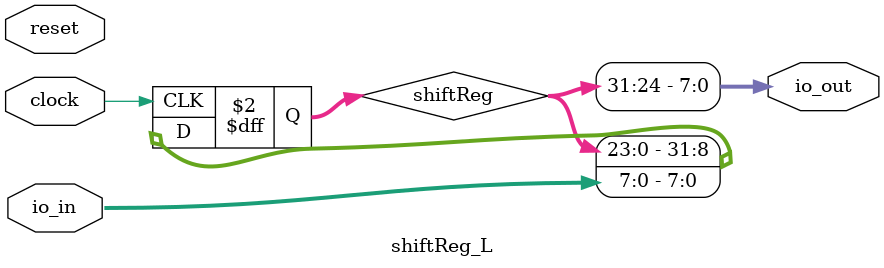
<source format=v>
module shiftReg_L(
  input        clock,
  input        reset,
  input  [7:0] io_in,
  output [7:0] io_out
);
`ifdef RANDOMIZE_REG_INIT
  reg [31:0] _RAND_0;
`endif // RANDOMIZE_REG_INIT
  reg [31:0] shiftReg; // @[shiftReg_L.scala 18:23]
  assign io_out = shiftReg[31:24]; // @[shiftReg_L.scala 32:23]
  always @(posedge clock) begin
    shiftReg <= {shiftReg[23:0],io_in}; // @[Cat.scala 31:58]
  end
// Register and memory initialization
`ifdef RANDOMIZE_GARBAGE_ASSIGN
`define RANDOMIZE
`endif
`ifdef RANDOMIZE_INVALID_ASSIGN
`define RANDOMIZE
`endif
`ifdef RANDOMIZE_REG_INIT
`define RANDOMIZE
`endif
`ifdef RANDOMIZE_MEM_INIT
`define RANDOMIZE
`endif
`ifndef RANDOM
`define RANDOM $random
`endif
`ifdef RANDOMIZE_MEM_INIT
  integer initvar;
`endif
`ifndef SYNTHESIS
`ifdef FIRRTL_BEFORE_INITIAL
`FIRRTL_BEFORE_INITIAL
`endif
initial begin
  `ifdef RANDOMIZE
    `ifdef INIT_RANDOM
      `INIT_RANDOM
    `endif
    `ifndef VERILATOR
      `ifdef RANDOMIZE_DELAY
        #`RANDOMIZE_DELAY begin end
      `else
        #0.002 begin end
      `endif
    `endif
`ifdef RANDOMIZE_REG_INIT
  _RAND_0 = {1{`RANDOM}};
  shiftReg = _RAND_0[31:0];
`endif // RANDOMIZE_REG_INIT
  `endif // RANDOMIZE
end // initial
`ifdef FIRRTL_AFTER_INITIAL
`FIRRTL_AFTER_INITIAL
`endif
`endif // SYNTHESIS
endmodule

</source>
